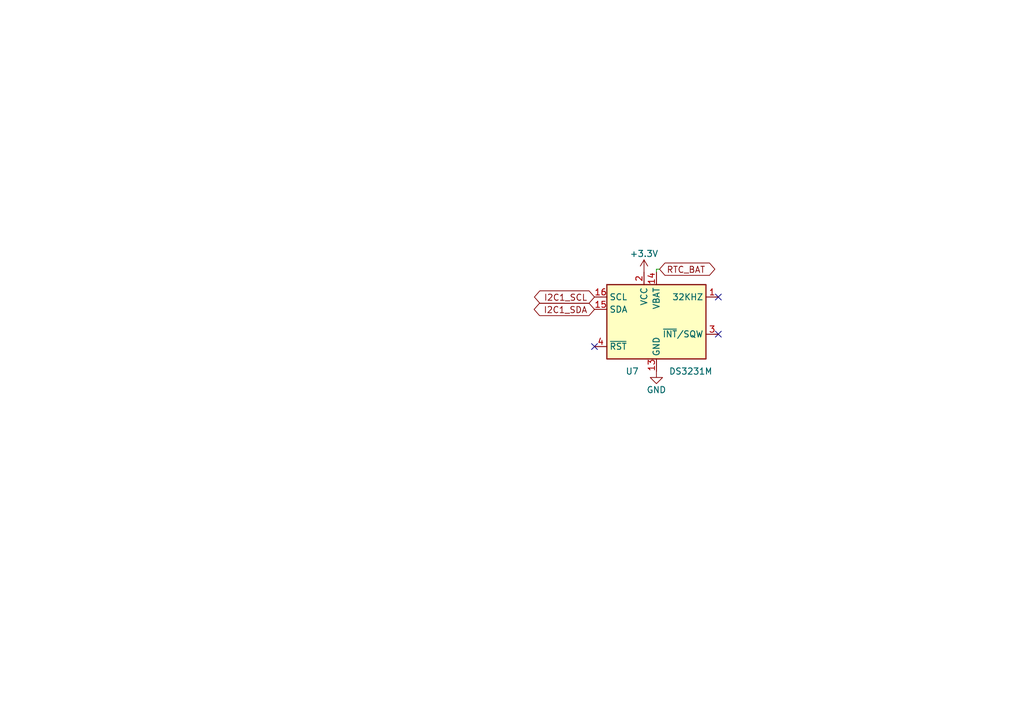
<source format=kicad_sch>
(kicad_sch (version 20211123) (generator eeschema)
  (paper "A5")
  (lib_symbols
    (symbol "Timer_RTC:DS3231M"
      (property "Reference" "U" (at -7.62 8.89 0))
      (property "Value" "DS3231M" (at 10.16 8.89 0))
      (symbol "DS3231M_0_1"
        (rectangle (start -10.16 7.62) (end 10.16 -7.62) (stroke (width 0.254)) (fill (type background)))
      )
      (symbol "DS3231M_1_1"
        (pin open_collector line (at 12.7 5.08 180) (length 2.54) (name "32KHZ") (number "1"))
        (pin passive line (at 0 -10.16 90) (length 2.54) hide (name "GND") (number "10"))
        (pin passive line (at 0 -10.16 90) (length 2.54) hide (name "GND") (number "11"))
        (pin passive line (at 0 -10.16 90) (length 2.54) hide (name "GND") (number "12"))
        (pin power_in line (at 0 -10.16 90) (length 2.54) (name "GND") (number "13"))
        (pin power_in line (at 0 10.16 270) (length 2.54) (name "VBAT") (number "14"))
        (pin bidirectional line (at -12.7 2.54 0) (length 2.54) (name "SDA") (number "15"))
        (pin input line (at -12.7 5.08 0) (length 2.54) (name "SCL") (number "16"))
        (pin power_in line (at -2.54 10.16 270) (length 2.54) (name "VCC") (number "2"))
        (pin open_collector line (at 12.7 -2.54 180) (length 2.54) (name "~{INT}/SQW") (number "3"))
        (pin bidirectional line (at -12.7 -5.08 0) (length 2.54) (name "~{RST}") (number "4"))
        (pin passive line (at 0 -10.16 90) (length 2.54) hide (name "GND") (number "5"))
        (pin passive line (at 0 -10.16 90) (length 2.54) hide (name "GND") (number "6"))
        (pin passive line (at 0 -10.16 90) (length 2.54) hide (name "GND") (number "7"))
        (pin passive line (at 0 -10.16 90) (length 2.54) hide (name "GND") (number "8"))
        (pin passive line (at 0 -10.16 90) (length 2.54) hide (name "GND") (number "9"))
      )
    )
    (symbol "power:+3.3V" (power) (pin_names (offset 0))
      (property "Value" "+3.3V" (at 0 3.556 0))
      (symbol "+3.3V_0_1"
        (polyline (pts (xy -0.762 1.27) (xy 0 2.54)))
        (polyline (pts (xy 0 0) (xy 0 2.54)))
        (polyline (pts (xy 0 2.54) (xy 0.762 1.27)))
      )
      (symbol "+3.3V_1_1"
        (pin power_in line (at 0 0 90) (length 0) hide (name "+3.3V") (number "1"))
      )
    )
    (symbol "power:GND" (power) (pin_names (offset 0))
      (property "Value" "GND" (at 0 -3.81 0))
      (symbol "GND_0_1"
        (polyline (pts (xy 0 0) (xy 0 -1.27) (xy 1.27 -1.27) (xy 0 -2.54) (xy -1.27 -1.27) (xy 0 -1.27)))
      )
      (symbol "GND_1_1"
        (pin power_in line (at 0 0 270) (length 0) hide (name "GND") (number "1"))
      )
    )
  )
  (no_connect (at 121.92 71.12))
  (no_connect (at 147.32 68.58))
  (no_connect (at 147.32 60.96))
  (wire (pts (xy 134.62 55.88) (xy 134.62 55.245)))
  (wire (pts (xy 134.62 55.245) (xy 135.255 55.245)))
  (global_label "I2C1_SCL" (shape bidirectional) (at 121.92 60.96 180) (property "Intersheet References" "${INTERSHEET_REFS}" (effects hide)))
  (global_label "I2C1_SDA" (shape bidirectional) (at 121.92 63.5 180) (property "Intersheet References" "${INTERSHEET_REFS}" (effects hide)))
  (global_label "RTC_BAT" (shape bidirectional) (at 135.255 55.245 0) (property "Intersheet References" "${INTERSHEET_REFS}" (effects hide)))
  (symbol (lib_id "Timer_RTC:DS3231M") (at 134.62 66.04 0) (unit 1)
    (property "Reference" "U7" (at 128.27 76.2 0) (effects (justify left)))
    (property "Value" "DS3231M" (at 137.16 76.2 0) (effects (justify left)))
    (property "Footprint" "Package_SO:SOIC-16W_7.5x10.3mm_P1.27mm" (effects hide))
    (property "Datasheet" "http://datasheets.maximintegrated.com/en/ds/DS3231.pdf" (effects hide))
  )
  (symbol (lib_id "power:GND") (at 134.62 76.2 0) (unit 1)
    (property "Reference" "#PWR042" (effects hide))
    (property "Value" "GND" (at 134.62 80.01 0))
  )
  (symbol (lib_id "power:+3.3V") (at 132.08 55.88 0) (unit 1)
    (property "Reference" "#PWR041" (effects hide))
    (property "Value" "+3.3V" (at 132.08 52.07 0))
  )
)
</source>
